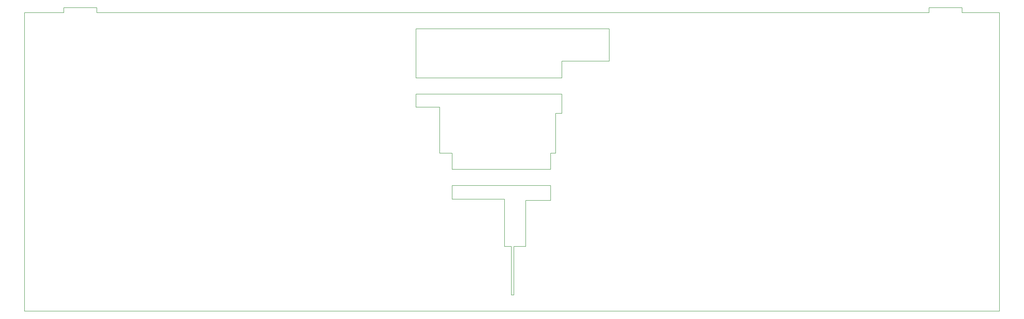
<source format=gm1>
G04 #@! TF.GenerationSoftware,KiCad,Pcbnew,5.1.5*
G04 #@! TF.CreationDate,2020-01-26T19:39:01+01:00*
G04 #@! TF.ProjectId,k8split,6b387370-6c69-4742-9e6b-696361645f70,rev?*
G04 #@! TF.SameCoordinates,Original*
G04 #@! TF.FileFunction,Profile,NP*
%FSLAX46Y46*%
G04 Gerber Fmt 4.6, Leading zero omitted, Abs format (unit mm)*
G04 Created by KiCad (PCBNEW 5.1.5) date 2020-01-26 19:39:01*
%MOMM*%
%LPD*%
G04 APERTURE LIST*
%ADD10C,0.150000*%
G04 APERTURE END LIST*
D10*
X152400000Y-56642000D02*
X92964000Y-56642000D01*
X152400000Y-50038000D02*
X152400000Y-43180000D01*
X92964000Y-50038000D02*
X92964000Y-29972000D01*
X-37084000Y-21336000D02*
X-37084000Y-23368000D01*
X-37084000Y-21336000D02*
X-50546000Y-21336000D01*
X-50546000Y-21336000D02*
X-50546000Y-23368000D01*
X315468000Y-21336000D02*
X315468000Y-23368000D01*
X302006000Y-21336000D02*
X302006000Y-23368000D01*
X315468000Y-21336000D02*
X302006000Y-21336000D01*
X171704000Y-29972000D02*
X92964000Y-29972000D01*
X107696000Y-93980000D02*
X147828000Y-93980000D01*
X107696000Y-87376000D02*
X147828000Y-87376000D01*
X107696000Y-87376000D02*
X107696000Y-80772000D01*
X147828000Y-87376000D02*
X147828000Y-80772000D01*
X131826000Y-138684000D02*
X132842000Y-138684000D01*
X-66548000Y-23368000D02*
X-50546000Y-23368000D01*
X315468000Y-23368000D02*
X330708000Y-23368000D01*
X92964000Y-50038000D02*
X152400000Y-50038000D01*
X92964000Y-61976000D02*
X92964000Y-56642000D01*
X102616000Y-61976000D02*
X92964000Y-61976000D01*
X102616000Y-80772000D02*
X102616000Y-61976000D01*
X107696000Y-80772000D02*
X102616000Y-80772000D01*
X107696000Y-99568000D02*
X107696000Y-93980000D01*
X129032000Y-99568000D02*
X107696000Y-99568000D01*
X129032000Y-118872000D02*
X129032000Y-99568000D01*
X131826000Y-118872000D02*
X129032000Y-118872000D01*
X149860000Y-80772000D02*
X147828000Y-80772000D01*
X152400000Y-64516000D02*
X149860000Y-64516000D01*
X152400000Y-56642000D02*
X152400000Y-64516000D01*
X171704000Y-43180000D02*
X152400000Y-43180000D01*
X171704000Y-29972000D02*
X171704000Y-43180000D01*
X149860000Y-80772000D02*
X149860000Y-64516000D01*
X147828000Y-100076000D02*
X147828000Y-93980000D01*
X137668000Y-100076000D02*
X147828000Y-100076000D01*
X137668000Y-118872000D02*
X137668000Y-100076000D01*
X132842000Y-118872000D02*
X137668000Y-118872000D01*
X132842000Y-138684000D02*
X132842000Y-118872000D01*
X92964000Y-23368000D02*
X-37084000Y-23368000D01*
X-66548000Y-145288000D02*
X131826000Y-145288000D01*
X330708000Y-145288000D02*
X131826000Y-145288000D01*
X330708000Y-23368000D02*
X330708000Y-145288000D01*
X92964000Y-23368000D02*
X302006000Y-23368000D01*
X131826000Y-138684000D02*
X131826000Y-118872000D01*
X-66548000Y-23368000D02*
X-66548000Y-145288000D01*
M02*

</source>
